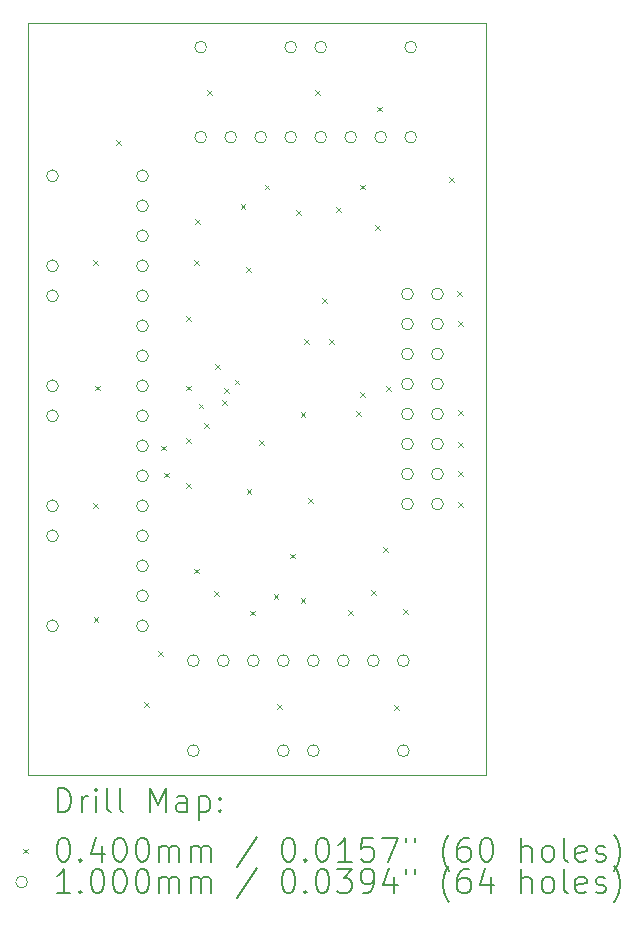
<source format=gbr>
%FSLAX45Y45*%
G04 Gerber Fmt 4.5, Leading zero omitted, Abs format (unit mm)*
G04 Created by KiCad (PCBNEW (6.0.6)) date 2022-08-29 16:25:41*
%MOMM*%
%LPD*%
G01*
G04 APERTURE LIST*
%TA.AperFunction,Profile*%
%ADD10C,0.100000*%
%TD*%
%ADD11C,0.200000*%
%ADD12C,0.040000*%
%ADD13C,0.100000*%
G04 APERTURE END LIST*
D10*
X12145400Y-4300220D02*
X8270240Y-4300220D01*
X8270240Y-4300220D02*
X8270240Y-10666340D01*
X8270240Y-10666340D02*
X12145400Y-10666340D01*
X12145400Y-10666340D02*
X12145400Y-4300220D01*
D11*
D12*
X8819200Y-6309680D02*
X8859200Y-6349680D01*
X8859200Y-6309680D02*
X8819200Y-6349680D01*
X8819200Y-8367080D02*
X8859200Y-8407080D01*
X8859200Y-8367080D02*
X8819200Y-8407080D01*
X8824280Y-9332280D02*
X8864280Y-9372280D01*
X8864280Y-9332280D02*
X8824280Y-9372280D01*
X8834440Y-7371400D02*
X8874440Y-7411400D01*
X8874440Y-7371400D02*
X8834440Y-7411400D01*
X9017320Y-5293680D02*
X9057320Y-5333680D01*
X9057320Y-5293680D02*
X9017320Y-5333680D01*
X9251000Y-10048560D02*
X9291000Y-10088560D01*
X9291000Y-10048560D02*
X9251000Y-10088560D01*
X9372920Y-9621840D02*
X9412920Y-9661840D01*
X9412920Y-9621840D02*
X9372920Y-9661840D01*
X9393240Y-7879400D02*
X9433240Y-7919400D01*
X9433240Y-7879400D02*
X9393240Y-7919400D01*
X9418640Y-8108000D02*
X9458640Y-8148000D01*
X9458640Y-8108000D02*
X9418640Y-8148000D01*
X9606600Y-6782120D02*
X9646600Y-6822120D01*
X9646600Y-6782120D02*
X9606600Y-6822120D01*
X9606600Y-7371400D02*
X9646600Y-7411400D01*
X9646600Y-7371400D02*
X9606600Y-7411400D01*
X9606600Y-7813360D02*
X9646600Y-7853360D01*
X9646600Y-7813360D02*
X9606600Y-7853360D01*
X9606600Y-8194360D02*
X9646600Y-8234360D01*
X9646600Y-8194360D02*
X9606600Y-8234360D01*
X9672640Y-6309680D02*
X9712640Y-6349680D01*
X9712640Y-6309680D02*
X9672640Y-6349680D01*
X9672640Y-8920800D02*
X9712640Y-8960800D01*
X9712640Y-8920800D02*
X9672640Y-8960800D01*
X9682800Y-5959160D02*
X9722800Y-5999160D01*
X9722800Y-5959160D02*
X9682800Y-5999160D01*
X9713280Y-7523800D02*
X9753280Y-7563800D01*
X9753280Y-7523800D02*
X9713280Y-7563800D01*
X9759000Y-7691440D02*
X9799000Y-7731440D01*
X9799000Y-7691440D02*
X9759000Y-7731440D01*
X9784400Y-4872040D02*
X9824400Y-4912040D01*
X9824400Y-4872040D02*
X9784400Y-4912040D01*
X9845360Y-9113840D02*
X9885360Y-9153840D01*
X9885360Y-9113840D02*
X9845360Y-9153840D01*
X9855520Y-7188520D02*
X9895520Y-7228520D01*
X9895520Y-7188520D02*
X9855520Y-7228520D01*
X9915611Y-7496491D02*
X9955611Y-7536491D01*
X9955611Y-7496491D02*
X9915611Y-7536491D01*
X9926640Y-7391720D02*
X9966640Y-7431720D01*
X9966640Y-7391720D02*
X9926640Y-7431720D01*
X10018080Y-7320600D02*
X10058080Y-7360600D01*
X10058080Y-7320600D02*
X10018080Y-7360600D01*
X10068880Y-5837240D02*
X10108880Y-5877240D01*
X10108880Y-5837240D02*
X10068880Y-5877240D01*
X10114600Y-6370640D02*
X10154600Y-6410640D01*
X10154600Y-6370640D02*
X10114600Y-6410640D01*
X10119680Y-8245160D02*
X10159680Y-8285160D01*
X10159680Y-8245160D02*
X10119680Y-8285160D01*
X10150160Y-9276400D02*
X10190160Y-9316400D01*
X10190160Y-9276400D02*
X10150160Y-9316400D01*
X10226360Y-7833680D02*
X10266360Y-7873680D01*
X10266360Y-7833680D02*
X10226360Y-7873680D01*
X10272080Y-5669600D02*
X10312080Y-5709600D01*
X10312080Y-5669600D02*
X10272080Y-5709600D01*
X10348280Y-9138550D02*
X10388280Y-9178550D01*
X10388280Y-9138550D02*
X10348280Y-9178550D01*
X10378760Y-10068880D02*
X10418760Y-10108880D01*
X10418760Y-10068880D02*
X10378760Y-10108880D01*
X10490520Y-8793800D02*
X10530520Y-8833800D01*
X10530520Y-8793800D02*
X10490520Y-8833800D01*
X10536240Y-5882960D02*
X10576240Y-5922960D01*
X10576240Y-5882960D02*
X10536240Y-5922960D01*
X10576880Y-7594920D02*
X10616880Y-7634920D01*
X10616880Y-7594920D02*
X10576880Y-7634920D01*
X10576880Y-9169720D02*
X10616880Y-9209720D01*
X10616880Y-9169720D02*
X10576880Y-9209720D01*
X10607360Y-6975160D02*
X10647360Y-7015160D01*
X10647360Y-6975160D02*
X10607360Y-7015160D01*
X10642920Y-8326440D02*
X10682920Y-8366440D01*
X10682920Y-8326440D02*
X10642920Y-8366440D01*
X10698800Y-4872040D02*
X10738800Y-4912040D01*
X10738800Y-4872040D02*
X10698800Y-4912040D01*
X10759760Y-6629720D02*
X10799760Y-6669720D01*
X10799760Y-6629720D02*
X10759760Y-6669720D01*
X10815640Y-6975160D02*
X10855640Y-7015160D01*
X10855640Y-6975160D02*
X10815640Y-7015160D01*
X10876600Y-5862640D02*
X10916600Y-5902640D01*
X10916600Y-5862640D02*
X10876600Y-5902640D01*
X10978200Y-9271320D02*
X11018200Y-9311320D01*
X11018200Y-9271320D02*
X10978200Y-9311320D01*
X11049320Y-7584760D02*
X11089320Y-7624760D01*
X11089320Y-7584760D02*
X11049320Y-7624760D01*
X11079800Y-5669600D02*
X11119800Y-5709600D01*
X11119800Y-5669600D02*
X11079800Y-5709600D01*
X11079800Y-7425750D02*
X11119800Y-7465750D01*
X11119800Y-7425750D02*
X11079800Y-7465750D01*
X11171240Y-9103680D02*
X11211240Y-9143680D01*
X11211240Y-9103680D02*
X11171240Y-9143680D01*
X11206800Y-6015040D02*
X11246800Y-6055040D01*
X11246800Y-6015040D02*
X11206800Y-6055040D01*
X11222040Y-5009200D02*
X11262040Y-5049200D01*
X11262040Y-5009200D02*
X11222040Y-5049200D01*
X11277920Y-8737920D02*
X11317920Y-8777920D01*
X11317920Y-8737920D02*
X11277920Y-8777920D01*
X11303320Y-7376480D02*
X11343320Y-7416480D01*
X11343320Y-7376480D02*
X11303320Y-7416480D01*
X11369360Y-10079040D02*
X11409360Y-10119040D01*
X11409360Y-10079040D02*
X11369360Y-10119040D01*
X11445560Y-9261160D02*
X11485560Y-9301160D01*
X11485560Y-9261160D02*
X11445560Y-9301160D01*
X11836720Y-5608640D02*
X11876720Y-5648640D01*
X11876720Y-5608640D02*
X11836720Y-5648640D01*
X11902760Y-6573840D02*
X11942760Y-6613840D01*
X11942760Y-6573840D02*
X11902760Y-6613840D01*
X11907840Y-6827840D02*
X11947840Y-6867840D01*
X11947840Y-6827840D02*
X11907840Y-6867840D01*
X11912920Y-7579680D02*
X11952920Y-7619680D01*
X11952920Y-7579680D02*
X11912920Y-7619680D01*
X11912920Y-7848920D02*
X11952920Y-7888920D01*
X11952920Y-7848920D02*
X11912920Y-7888920D01*
X11912920Y-8097840D02*
X11952920Y-8137840D01*
X11952920Y-8097840D02*
X11912920Y-8137840D01*
X11912920Y-8356920D02*
X11952920Y-8396920D01*
X11952920Y-8356920D02*
X11912920Y-8396920D01*
D13*
X8525980Y-5595620D02*
G75*
G03*
X8525980Y-5595620I-50000J0D01*
G01*
X8525980Y-6357620D02*
G75*
G03*
X8525980Y-6357620I-50000J0D01*
G01*
X8525980Y-6611620D02*
G75*
G03*
X8525980Y-6611620I-50000J0D01*
G01*
X8525980Y-7373620D02*
G75*
G03*
X8525980Y-7373620I-50000J0D01*
G01*
X8525980Y-7627620D02*
G75*
G03*
X8525980Y-7627620I-50000J0D01*
G01*
X8525980Y-8389620D02*
G75*
G03*
X8525980Y-8389620I-50000J0D01*
G01*
X8525980Y-8643620D02*
G75*
G03*
X8525980Y-8643620I-50000J0D01*
G01*
X8525980Y-9405620D02*
G75*
G03*
X8525980Y-9405620I-50000J0D01*
G01*
X9287980Y-5595620D02*
G75*
G03*
X9287980Y-5595620I-50000J0D01*
G01*
X9287980Y-5849620D02*
G75*
G03*
X9287980Y-5849620I-50000J0D01*
G01*
X9287980Y-6103620D02*
G75*
G03*
X9287980Y-6103620I-50000J0D01*
G01*
X9287980Y-6357620D02*
G75*
G03*
X9287980Y-6357620I-50000J0D01*
G01*
X9287980Y-6611620D02*
G75*
G03*
X9287980Y-6611620I-50000J0D01*
G01*
X9287980Y-6865620D02*
G75*
G03*
X9287980Y-6865620I-50000J0D01*
G01*
X9287980Y-7119620D02*
G75*
G03*
X9287980Y-7119620I-50000J0D01*
G01*
X9287980Y-7373620D02*
G75*
G03*
X9287980Y-7373620I-50000J0D01*
G01*
X9287980Y-7627620D02*
G75*
G03*
X9287980Y-7627620I-50000J0D01*
G01*
X9287980Y-7881620D02*
G75*
G03*
X9287980Y-7881620I-50000J0D01*
G01*
X9287980Y-8135620D02*
G75*
G03*
X9287980Y-8135620I-50000J0D01*
G01*
X9287980Y-8389620D02*
G75*
G03*
X9287980Y-8389620I-50000J0D01*
G01*
X9287980Y-8643620D02*
G75*
G03*
X9287980Y-8643620I-50000J0D01*
G01*
X9287980Y-8897620D02*
G75*
G03*
X9287980Y-8897620I-50000J0D01*
G01*
X9287980Y-9151620D02*
G75*
G03*
X9287980Y-9151620I-50000J0D01*
G01*
X9287980Y-9405620D02*
G75*
G03*
X9287980Y-9405620I-50000J0D01*
G01*
X9718160Y-9700780D02*
G75*
G03*
X9718160Y-9700780I-50000J0D01*
G01*
X9718160Y-10462780D02*
G75*
G03*
X9718160Y-10462780I-50000J0D01*
G01*
X9780740Y-4505960D02*
G75*
G03*
X9780740Y-4505960I-50000J0D01*
G01*
X9780740Y-5267960D02*
G75*
G03*
X9780740Y-5267960I-50000J0D01*
G01*
X9972160Y-9700780D02*
G75*
G03*
X9972160Y-9700780I-50000J0D01*
G01*
X10034740Y-5267960D02*
G75*
G03*
X10034740Y-5267960I-50000J0D01*
G01*
X10226160Y-9700780D02*
G75*
G03*
X10226160Y-9700780I-50000J0D01*
G01*
X10288740Y-5267960D02*
G75*
G03*
X10288740Y-5267960I-50000J0D01*
G01*
X10480160Y-9700780D02*
G75*
G03*
X10480160Y-9700780I-50000J0D01*
G01*
X10480160Y-10462780D02*
G75*
G03*
X10480160Y-10462780I-50000J0D01*
G01*
X10542740Y-4505960D02*
G75*
G03*
X10542740Y-4505960I-50000J0D01*
G01*
X10542740Y-5267960D02*
G75*
G03*
X10542740Y-5267960I-50000J0D01*
G01*
X10734180Y-9700780D02*
G75*
G03*
X10734180Y-9700780I-50000J0D01*
G01*
X10734180Y-10462780D02*
G75*
G03*
X10734180Y-10462780I-50000J0D01*
G01*
X10796740Y-4505960D02*
G75*
G03*
X10796740Y-4505960I-50000J0D01*
G01*
X10796740Y-5267960D02*
G75*
G03*
X10796740Y-5267960I-50000J0D01*
G01*
X10988180Y-9700780D02*
G75*
G03*
X10988180Y-9700780I-50000J0D01*
G01*
X11050740Y-5267960D02*
G75*
G03*
X11050740Y-5267960I-50000J0D01*
G01*
X11242180Y-9700780D02*
G75*
G03*
X11242180Y-9700780I-50000J0D01*
G01*
X11304740Y-5267960D02*
G75*
G03*
X11304740Y-5267960I-50000J0D01*
G01*
X11496180Y-9700780D02*
G75*
G03*
X11496180Y-9700780I-50000J0D01*
G01*
X11496180Y-10462780D02*
G75*
G03*
X11496180Y-10462780I-50000J0D01*
G01*
X11530800Y-6595780D02*
G75*
G03*
X11530800Y-6595780I-50000J0D01*
G01*
X11530800Y-6849780D02*
G75*
G03*
X11530800Y-6849780I-50000J0D01*
G01*
X11530800Y-7103780D02*
G75*
G03*
X11530800Y-7103780I-50000J0D01*
G01*
X11530800Y-7357780D02*
G75*
G03*
X11530800Y-7357780I-50000J0D01*
G01*
X11530800Y-7611780D02*
G75*
G03*
X11530800Y-7611780I-50000J0D01*
G01*
X11530800Y-7865780D02*
G75*
G03*
X11530800Y-7865780I-50000J0D01*
G01*
X11530800Y-8119780D02*
G75*
G03*
X11530800Y-8119780I-50000J0D01*
G01*
X11530800Y-8373780D02*
G75*
G03*
X11530800Y-8373780I-50000J0D01*
G01*
X11558740Y-4505960D02*
G75*
G03*
X11558740Y-4505960I-50000J0D01*
G01*
X11558740Y-5267960D02*
G75*
G03*
X11558740Y-5267960I-50000J0D01*
G01*
X11784800Y-6595780D02*
G75*
G03*
X11784800Y-6595780I-50000J0D01*
G01*
X11784800Y-6849780D02*
G75*
G03*
X11784800Y-6849780I-50000J0D01*
G01*
X11784800Y-7103780D02*
G75*
G03*
X11784800Y-7103780I-50000J0D01*
G01*
X11784800Y-7357780D02*
G75*
G03*
X11784800Y-7357780I-50000J0D01*
G01*
X11784800Y-7611780D02*
G75*
G03*
X11784800Y-7611780I-50000J0D01*
G01*
X11784800Y-7865780D02*
G75*
G03*
X11784800Y-7865780I-50000J0D01*
G01*
X11784800Y-8119780D02*
G75*
G03*
X11784800Y-8119780I-50000J0D01*
G01*
X11784800Y-8373780D02*
G75*
G03*
X11784800Y-8373780I-50000J0D01*
G01*
D11*
X8522859Y-10981816D02*
X8522859Y-10781816D01*
X8570478Y-10781816D01*
X8599050Y-10791340D01*
X8618097Y-10810388D01*
X8627621Y-10829435D01*
X8637145Y-10867530D01*
X8637145Y-10896102D01*
X8627621Y-10934197D01*
X8618097Y-10953245D01*
X8599050Y-10972292D01*
X8570478Y-10981816D01*
X8522859Y-10981816D01*
X8722859Y-10981816D02*
X8722859Y-10848483D01*
X8722859Y-10886578D02*
X8732383Y-10867530D01*
X8741907Y-10858007D01*
X8760954Y-10848483D01*
X8780002Y-10848483D01*
X8846669Y-10981816D02*
X8846669Y-10848483D01*
X8846669Y-10781816D02*
X8837145Y-10791340D01*
X8846669Y-10800864D01*
X8856192Y-10791340D01*
X8846669Y-10781816D01*
X8846669Y-10800864D01*
X8970478Y-10981816D02*
X8951430Y-10972292D01*
X8941907Y-10953245D01*
X8941907Y-10781816D01*
X9075240Y-10981816D02*
X9056192Y-10972292D01*
X9046669Y-10953245D01*
X9046669Y-10781816D01*
X9303811Y-10981816D02*
X9303811Y-10781816D01*
X9370478Y-10924673D01*
X9437145Y-10781816D01*
X9437145Y-10981816D01*
X9618097Y-10981816D02*
X9618097Y-10877054D01*
X9608573Y-10858007D01*
X9589526Y-10848483D01*
X9551430Y-10848483D01*
X9532383Y-10858007D01*
X9618097Y-10972292D02*
X9599050Y-10981816D01*
X9551430Y-10981816D01*
X9532383Y-10972292D01*
X9522859Y-10953245D01*
X9522859Y-10934197D01*
X9532383Y-10915150D01*
X9551430Y-10905626D01*
X9599050Y-10905626D01*
X9618097Y-10896102D01*
X9713335Y-10848483D02*
X9713335Y-11048483D01*
X9713335Y-10858007D02*
X9732383Y-10848483D01*
X9770478Y-10848483D01*
X9789526Y-10858007D01*
X9799050Y-10867530D01*
X9808573Y-10886578D01*
X9808573Y-10943721D01*
X9799050Y-10962769D01*
X9789526Y-10972292D01*
X9770478Y-10981816D01*
X9732383Y-10981816D01*
X9713335Y-10972292D01*
X9894288Y-10962769D02*
X9903811Y-10972292D01*
X9894288Y-10981816D01*
X9884764Y-10972292D01*
X9894288Y-10962769D01*
X9894288Y-10981816D01*
X9894288Y-10858007D02*
X9903811Y-10867530D01*
X9894288Y-10877054D01*
X9884764Y-10867530D01*
X9894288Y-10858007D01*
X9894288Y-10877054D01*
D12*
X8225240Y-11291340D02*
X8265240Y-11331340D01*
X8265240Y-11291340D02*
X8225240Y-11331340D01*
D11*
X8560954Y-11201816D02*
X8580002Y-11201816D01*
X8599050Y-11211340D01*
X8608573Y-11220864D01*
X8618097Y-11239911D01*
X8627621Y-11278007D01*
X8627621Y-11325626D01*
X8618097Y-11363721D01*
X8608573Y-11382768D01*
X8599050Y-11392292D01*
X8580002Y-11401816D01*
X8560954Y-11401816D01*
X8541907Y-11392292D01*
X8532383Y-11382768D01*
X8522859Y-11363721D01*
X8513335Y-11325626D01*
X8513335Y-11278007D01*
X8522859Y-11239911D01*
X8532383Y-11220864D01*
X8541907Y-11211340D01*
X8560954Y-11201816D01*
X8713335Y-11382768D02*
X8722859Y-11392292D01*
X8713335Y-11401816D01*
X8703811Y-11392292D01*
X8713335Y-11382768D01*
X8713335Y-11401816D01*
X8894288Y-11268483D02*
X8894288Y-11401816D01*
X8846669Y-11192292D02*
X8799050Y-11335149D01*
X8922859Y-11335149D01*
X9037145Y-11201816D02*
X9056192Y-11201816D01*
X9075240Y-11211340D01*
X9084764Y-11220864D01*
X9094288Y-11239911D01*
X9103811Y-11278007D01*
X9103811Y-11325626D01*
X9094288Y-11363721D01*
X9084764Y-11382768D01*
X9075240Y-11392292D01*
X9056192Y-11401816D01*
X9037145Y-11401816D01*
X9018097Y-11392292D01*
X9008573Y-11382768D01*
X8999050Y-11363721D01*
X8989526Y-11325626D01*
X8989526Y-11278007D01*
X8999050Y-11239911D01*
X9008573Y-11220864D01*
X9018097Y-11211340D01*
X9037145Y-11201816D01*
X9227621Y-11201816D02*
X9246669Y-11201816D01*
X9265716Y-11211340D01*
X9275240Y-11220864D01*
X9284764Y-11239911D01*
X9294288Y-11278007D01*
X9294288Y-11325626D01*
X9284764Y-11363721D01*
X9275240Y-11382768D01*
X9265716Y-11392292D01*
X9246669Y-11401816D01*
X9227621Y-11401816D01*
X9208573Y-11392292D01*
X9199050Y-11382768D01*
X9189526Y-11363721D01*
X9180002Y-11325626D01*
X9180002Y-11278007D01*
X9189526Y-11239911D01*
X9199050Y-11220864D01*
X9208573Y-11211340D01*
X9227621Y-11201816D01*
X9380002Y-11401816D02*
X9380002Y-11268483D01*
X9380002Y-11287530D02*
X9389526Y-11278007D01*
X9408573Y-11268483D01*
X9437145Y-11268483D01*
X9456192Y-11278007D01*
X9465716Y-11297054D01*
X9465716Y-11401816D01*
X9465716Y-11297054D02*
X9475240Y-11278007D01*
X9494288Y-11268483D01*
X9522859Y-11268483D01*
X9541907Y-11278007D01*
X9551430Y-11297054D01*
X9551430Y-11401816D01*
X9646669Y-11401816D02*
X9646669Y-11268483D01*
X9646669Y-11287530D02*
X9656192Y-11278007D01*
X9675240Y-11268483D01*
X9703811Y-11268483D01*
X9722859Y-11278007D01*
X9732383Y-11297054D01*
X9732383Y-11401816D01*
X9732383Y-11297054D02*
X9741907Y-11278007D01*
X9760954Y-11268483D01*
X9789526Y-11268483D01*
X9808573Y-11278007D01*
X9818097Y-11297054D01*
X9818097Y-11401816D01*
X10208573Y-11192292D02*
X10037145Y-11449435D01*
X10465716Y-11201816D02*
X10484764Y-11201816D01*
X10503811Y-11211340D01*
X10513335Y-11220864D01*
X10522859Y-11239911D01*
X10532383Y-11278007D01*
X10532383Y-11325626D01*
X10522859Y-11363721D01*
X10513335Y-11382768D01*
X10503811Y-11392292D01*
X10484764Y-11401816D01*
X10465716Y-11401816D01*
X10446669Y-11392292D01*
X10437145Y-11382768D01*
X10427621Y-11363721D01*
X10418097Y-11325626D01*
X10418097Y-11278007D01*
X10427621Y-11239911D01*
X10437145Y-11220864D01*
X10446669Y-11211340D01*
X10465716Y-11201816D01*
X10618097Y-11382768D02*
X10627621Y-11392292D01*
X10618097Y-11401816D01*
X10608573Y-11392292D01*
X10618097Y-11382768D01*
X10618097Y-11401816D01*
X10751430Y-11201816D02*
X10770478Y-11201816D01*
X10789526Y-11211340D01*
X10799050Y-11220864D01*
X10808573Y-11239911D01*
X10818097Y-11278007D01*
X10818097Y-11325626D01*
X10808573Y-11363721D01*
X10799050Y-11382768D01*
X10789526Y-11392292D01*
X10770478Y-11401816D01*
X10751430Y-11401816D01*
X10732383Y-11392292D01*
X10722859Y-11382768D01*
X10713335Y-11363721D01*
X10703811Y-11325626D01*
X10703811Y-11278007D01*
X10713335Y-11239911D01*
X10722859Y-11220864D01*
X10732383Y-11211340D01*
X10751430Y-11201816D01*
X11008573Y-11401816D02*
X10894288Y-11401816D01*
X10951430Y-11401816D02*
X10951430Y-11201816D01*
X10932383Y-11230388D01*
X10913335Y-11249435D01*
X10894288Y-11258959D01*
X11189526Y-11201816D02*
X11094288Y-11201816D01*
X11084764Y-11297054D01*
X11094288Y-11287530D01*
X11113335Y-11278007D01*
X11160954Y-11278007D01*
X11180002Y-11287530D01*
X11189526Y-11297054D01*
X11199049Y-11316102D01*
X11199049Y-11363721D01*
X11189526Y-11382768D01*
X11180002Y-11392292D01*
X11160954Y-11401816D01*
X11113335Y-11401816D01*
X11094288Y-11392292D01*
X11084764Y-11382768D01*
X11265716Y-11201816D02*
X11399049Y-11201816D01*
X11313335Y-11401816D01*
X11465716Y-11201816D02*
X11465716Y-11239911D01*
X11541907Y-11201816D02*
X11541907Y-11239911D01*
X11837145Y-11478007D02*
X11827621Y-11468483D01*
X11808573Y-11439911D01*
X11799049Y-11420864D01*
X11789526Y-11392292D01*
X11780002Y-11344673D01*
X11780002Y-11306578D01*
X11789526Y-11258959D01*
X11799049Y-11230388D01*
X11808573Y-11211340D01*
X11827621Y-11182769D01*
X11837145Y-11173245D01*
X11999049Y-11201816D02*
X11960954Y-11201816D01*
X11941907Y-11211340D01*
X11932383Y-11220864D01*
X11913335Y-11249435D01*
X11903811Y-11287530D01*
X11903811Y-11363721D01*
X11913335Y-11382768D01*
X11922859Y-11392292D01*
X11941907Y-11401816D01*
X11980002Y-11401816D01*
X11999049Y-11392292D01*
X12008573Y-11382768D01*
X12018097Y-11363721D01*
X12018097Y-11316102D01*
X12008573Y-11297054D01*
X11999049Y-11287530D01*
X11980002Y-11278007D01*
X11941907Y-11278007D01*
X11922859Y-11287530D01*
X11913335Y-11297054D01*
X11903811Y-11316102D01*
X12141907Y-11201816D02*
X12160954Y-11201816D01*
X12180002Y-11211340D01*
X12189526Y-11220864D01*
X12199049Y-11239911D01*
X12208573Y-11278007D01*
X12208573Y-11325626D01*
X12199049Y-11363721D01*
X12189526Y-11382768D01*
X12180002Y-11392292D01*
X12160954Y-11401816D01*
X12141907Y-11401816D01*
X12122859Y-11392292D01*
X12113335Y-11382768D01*
X12103811Y-11363721D01*
X12094288Y-11325626D01*
X12094288Y-11278007D01*
X12103811Y-11239911D01*
X12113335Y-11220864D01*
X12122859Y-11211340D01*
X12141907Y-11201816D01*
X12446668Y-11401816D02*
X12446668Y-11201816D01*
X12532383Y-11401816D02*
X12532383Y-11297054D01*
X12522859Y-11278007D01*
X12503811Y-11268483D01*
X12475240Y-11268483D01*
X12456192Y-11278007D01*
X12446668Y-11287530D01*
X12656192Y-11401816D02*
X12637145Y-11392292D01*
X12627621Y-11382768D01*
X12618097Y-11363721D01*
X12618097Y-11306578D01*
X12627621Y-11287530D01*
X12637145Y-11278007D01*
X12656192Y-11268483D01*
X12684764Y-11268483D01*
X12703811Y-11278007D01*
X12713335Y-11287530D01*
X12722859Y-11306578D01*
X12722859Y-11363721D01*
X12713335Y-11382768D01*
X12703811Y-11392292D01*
X12684764Y-11401816D01*
X12656192Y-11401816D01*
X12837145Y-11401816D02*
X12818097Y-11392292D01*
X12808573Y-11373245D01*
X12808573Y-11201816D01*
X12989526Y-11392292D02*
X12970478Y-11401816D01*
X12932383Y-11401816D01*
X12913335Y-11392292D01*
X12903811Y-11373245D01*
X12903811Y-11297054D01*
X12913335Y-11278007D01*
X12932383Y-11268483D01*
X12970478Y-11268483D01*
X12989526Y-11278007D01*
X12999049Y-11297054D01*
X12999049Y-11316102D01*
X12903811Y-11335149D01*
X13075240Y-11392292D02*
X13094288Y-11401816D01*
X13132383Y-11401816D01*
X13151430Y-11392292D01*
X13160954Y-11373245D01*
X13160954Y-11363721D01*
X13151430Y-11344673D01*
X13132383Y-11335149D01*
X13103811Y-11335149D01*
X13084764Y-11325626D01*
X13075240Y-11306578D01*
X13075240Y-11297054D01*
X13084764Y-11278007D01*
X13103811Y-11268483D01*
X13132383Y-11268483D01*
X13151430Y-11278007D01*
X13227621Y-11478007D02*
X13237145Y-11468483D01*
X13256192Y-11439911D01*
X13265716Y-11420864D01*
X13275240Y-11392292D01*
X13284764Y-11344673D01*
X13284764Y-11306578D01*
X13275240Y-11258959D01*
X13265716Y-11230388D01*
X13256192Y-11211340D01*
X13237145Y-11182769D01*
X13227621Y-11173245D01*
D13*
X8265240Y-11575340D02*
G75*
G03*
X8265240Y-11575340I-50000J0D01*
G01*
D11*
X8627621Y-11665816D02*
X8513335Y-11665816D01*
X8570478Y-11665816D02*
X8570478Y-11465816D01*
X8551430Y-11494388D01*
X8532383Y-11513435D01*
X8513335Y-11522959D01*
X8713335Y-11646768D02*
X8722859Y-11656292D01*
X8713335Y-11665816D01*
X8703811Y-11656292D01*
X8713335Y-11646768D01*
X8713335Y-11665816D01*
X8846669Y-11465816D02*
X8865716Y-11465816D01*
X8884764Y-11475340D01*
X8894288Y-11484864D01*
X8903811Y-11503911D01*
X8913335Y-11542007D01*
X8913335Y-11589626D01*
X8903811Y-11627721D01*
X8894288Y-11646768D01*
X8884764Y-11656292D01*
X8865716Y-11665816D01*
X8846669Y-11665816D01*
X8827621Y-11656292D01*
X8818097Y-11646768D01*
X8808573Y-11627721D01*
X8799050Y-11589626D01*
X8799050Y-11542007D01*
X8808573Y-11503911D01*
X8818097Y-11484864D01*
X8827621Y-11475340D01*
X8846669Y-11465816D01*
X9037145Y-11465816D02*
X9056192Y-11465816D01*
X9075240Y-11475340D01*
X9084764Y-11484864D01*
X9094288Y-11503911D01*
X9103811Y-11542007D01*
X9103811Y-11589626D01*
X9094288Y-11627721D01*
X9084764Y-11646768D01*
X9075240Y-11656292D01*
X9056192Y-11665816D01*
X9037145Y-11665816D01*
X9018097Y-11656292D01*
X9008573Y-11646768D01*
X8999050Y-11627721D01*
X8989526Y-11589626D01*
X8989526Y-11542007D01*
X8999050Y-11503911D01*
X9008573Y-11484864D01*
X9018097Y-11475340D01*
X9037145Y-11465816D01*
X9227621Y-11465816D02*
X9246669Y-11465816D01*
X9265716Y-11475340D01*
X9275240Y-11484864D01*
X9284764Y-11503911D01*
X9294288Y-11542007D01*
X9294288Y-11589626D01*
X9284764Y-11627721D01*
X9275240Y-11646768D01*
X9265716Y-11656292D01*
X9246669Y-11665816D01*
X9227621Y-11665816D01*
X9208573Y-11656292D01*
X9199050Y-11646768D01*
X9189526Y-11627721D01*
X9180002Y-11589626D01*
X9180002Y-11542007D01*
X9189526Y-11503911D01*
X9199050Y-11484864D01*
X9208573Y-11475340D01*
X9227621Y-11465816D01*
X9380002Y-11665816D02*
X9380002Y-11532483D01*
X9380002Y-11551530D02*
X9389526Y-11542007D01*
X9408573Y-11532483D01*
X9437145Y-11532483D01*
X9456192Y-11542007D01*
X9465716Y-11561054D01*
X9465716Y-11665816D01*
X9465716Y-11561054D02*
X9475240Y-11542007D01*
X9494288Y-11532483D01*
X9522859Y-11532483D01*
X9541907Y-11542007D01*
X9551430Y-11561054D01*
X9551430Y-11665816D01*
X9646669Y-11665816D02*
X9646669Y-11532483D01*
X9646669Y-11551530D02*
X9656192Y-11542007D01*
X9675240Y-11532483D01*
X9703811Y-11532483D01*
X9722859Y-11542007D01*
X9732383Y-11561054D01*
X9732383Y-11665816D01*
X9732383Y-11561054D02*
X9741907Y-11542007D01*
X9760954Y-11532483D01*
X9789526Y-11532483D01*
X9808573Y-11542007D01*
X9818097Y-11561054D01*
X9818097Y-11665816D01*
X10208573Y-11456292D02*
X10037145Y-11713435D01*
X10465716Y-11465816D02*
X10484764Y-11465816D01*
X10503811Y-11475340D01*
X10513335Y-11484864D01*
X10522859Y-11503911D01*
X10532383Y-11542007D01*
X10532383Y-11589626D01*
X10522859Y-11627721D01*
X10513335Y-11646768D01*
X10503811Y-11656292D01*
X10484764Y-11665816D01*
X10465716Y-11665816D01*
X10446669Y-11656292D01*
X10437145Y-11646768D01*
X10427621Y-11627721D01*
X10418097Y-11589626D01*
X10418097Y-11542007D01*
X10427621Y-11503911D01*
X10437145Y-11484864D01*
X10446669Y-11475340D01*
X10465716Y-11465816D01*
X10618097Y-11646768D02*
X10627621Y-11656292D01*
X10618097Y-11665816D01*
X10608573Y-11656292D01*
X10618097Y-11646768D01*
X10618097Y-11665816D01*
X10751430Y-11465816D02*
X10770478Y-11465816D01*
X10789526Y-11475340D01*
X10799050Y-11484864D01*
X10808573Y-11503911D01*
X10818097Y-11542007D01*
X10818097Y-11589626D01*
X10808573Y-11627721D01*
X10799050Y-11646768D01*
X10789526Y-11656292D01*
X10770478Y-11665816D01*
X10751430Y-11665816D01*
X10732383Y-11656292D01*
X10722859Y-11646768D01*
X10713335Y-11627721D01*
X10703811Y-11589626D01*
X10703811Y-11542007D01*
X10713335Y-11503911D01*
X10722859Y-11484864D01*
X10732383Y-11475340D01*
X10751430Y-11465816D01*
X10884764Y-11465816D02*
X11008573Y-11465816D01*
X10941907Y-11542007D01*
X10970478Y-11542007D01*
X10989526Y-11551530D01*
X10999050Y-11561054D01*
X11008573Y-11580102D01*
X11008573Y-11627721D01*
X10999050Y-11646768D01*
X10989526Y-11656292D01*
X10970478Y-11665816D01*
X10913335Y-11665816D01*
X10894288Y-11656292D01*
X10884764Y-11646768D01*
X11103811Y-11665816D02*
X11141907Y-11665816D01*
X11160954Y-11656292D01*
X11170478Y-11646768D01*
X11189526Y-11618197D01*
X11199049Y-11580102D01*
X11199049Y-11503911D01*
X11189526Y-11484864D01*
X11180002Y-11475340D01*
X11160954Y-11465816D01*
X11122859Y-11465816D01*
X11103811Y-11475340D01*
X11094288Y-11484864D01*
X11084764Y-11503911D01*
X11084764Y-11551530D01*
X11094288Y-11570578D01*
X11103811Y-11580102D01*
X11122859Y-11589626D01*
X11160954Y-11589626D01*
X11180002Y-11580102D01*
X11189526Y-11570578D01*
X11199049Y-11551530D01*
X11370478Y-11532483D02*
X11370478Y-11665816D01*
X11322859Y-11456292D02*
X11275240Y-11599149D01*
X11399049Y-11599149D01*
X11465716Y-11465816D02*
X11465716Y-11503911D01*
X11541907Y-11465816D02*
X11541907Y-11503911D01*
X11837145Y-11742007D02*
X11827621Y-11732483D01*
X11808573Y-11703911D01*
X11799049Y-11684864D01*
X11789526Y-11656292D01*
X11780002Y-11608673D01*
X11780002Y-11570578D01*
X11789526Y-11522959D01*
X11799049Y-11494388D01*
X11808573Y-11475340D01*
X11827621Y-11446768D01*
X11837145Y-11437245D01*
X11999049Y-11465816D02*
X11960954Y-11465816D01*
X11941907Y-11475340D01*
X11932383Y-11484864D01*
X11913335Y-11513435D01*
X11903811Y-11551530D01*
X11903811Y-11627721D01*
X11913335Y-11646768D01*
X11922859Y-11656292D01*
X11941907Y-11665816D01*
X11980002Y-11665816D01*
X11999049Y-11656292D01*
X12008573Y-11646768D01*
X12018097Y-11627721D01*
X12018097Y-11580102D01*
X12008573Y-11561054D01*
X11999049Y-11551530D01*
X11980002Y-11542007D01*
X11941907Y-11542007D01*
X11922859Y-11551530D01*
X11913335Y-11561054D01*
X11903811Y-11580102D01*
X12189526Y-11532483D02*
X12189526Y-11665816D01*
X12141907Y-11456292D02*
X12094288Y-11599149D01*
X12218097Y-11599149D01*
X12446668Y-11665816D02*
X12446668Y-11465816D01*
X12532383Y-11665816D02*
X12532383Y-11561054D01*
X12522859Y-11542007D01*
X12503811Y-11532483D01*
X12475240Y-11532483D01*
X12456192Y-11542007D01*
X12446668Y-11551530D01*
X12656192Y-11665816D02*
X12637145Y-11656292D01*
X12627621Y-11646768D01*
X12618097Y-11627721D01*
X12618097Y-11570578D01*
X12627621Y-11551530D01*
X12637145Y-11542007D01*
X12656192Y-11532483D01*
X12684764Y-11532483D01*
X12703811Y-11542007D01*
X12713335Y-11551530D01*
X12722859Y-11570578D01*
X12722859Y-11627721D01*
X12713335Y-11646768D01*
X12703811Y-11656292D01*
X12684764Y-11665816D01*
X12656192Y-11665816D01*
X12837145Y-11665816D02*
X12818097Y-11656292D01*
X12808573Y-11637245D01*
X12808573Y-11465816D01*
X12989526Y-11656292D02*
X12970478Y-11665816D01*
X12932383Y-11665816D01*
X12913335Y-11656292D01*
X12903811Y-11637245D01*
X12903811Y-11561054D01*
X12913335Y-11542007D01*
X12932383Y-11532483D01*
X12970478Y-11532483D01*
X12989526Y-11542007D01*
X12999049Y-11561054D01*
X12999049Y-11580102D01*
X12903811Y-11599149D01*
X13075240Y-11656292D02*
X13094288Y-11665816D01*
X13132383Y-11665816D01*
X13151430Y-11656292D01*
X13160954Y-11637245D01*
X13160954Y-11627721D01*
X13151430Y-11608673D01*
X13132383Y-11599149D01*
X13103811Y-11599149D01*
X13084764Y-11589626D01*
X13075240Y-11570578D01*
X13075240Y-11561054D01*
X13084764Y-11542007D01*
X13103811Y-11532483D01*
X13132383Y-11532483D01*
X13151430Y-11542007D01*
X13227621Y-11742007D02*
X13237145Y-11732483D01*
X13256192Y-11703911D01*
X13265716Y-11684864D01*
X13275240Y-11656292D01*
X13284764Y-11608673D01*
X13284764Y-11570578D01*
X13275240Y-11522959D01*
X13265716Y-11494388D01*
X13256192Y-11475340D01*
X13237145Y-11446768D01*
X13227621Y-11437245D01*
M02*

</source>
